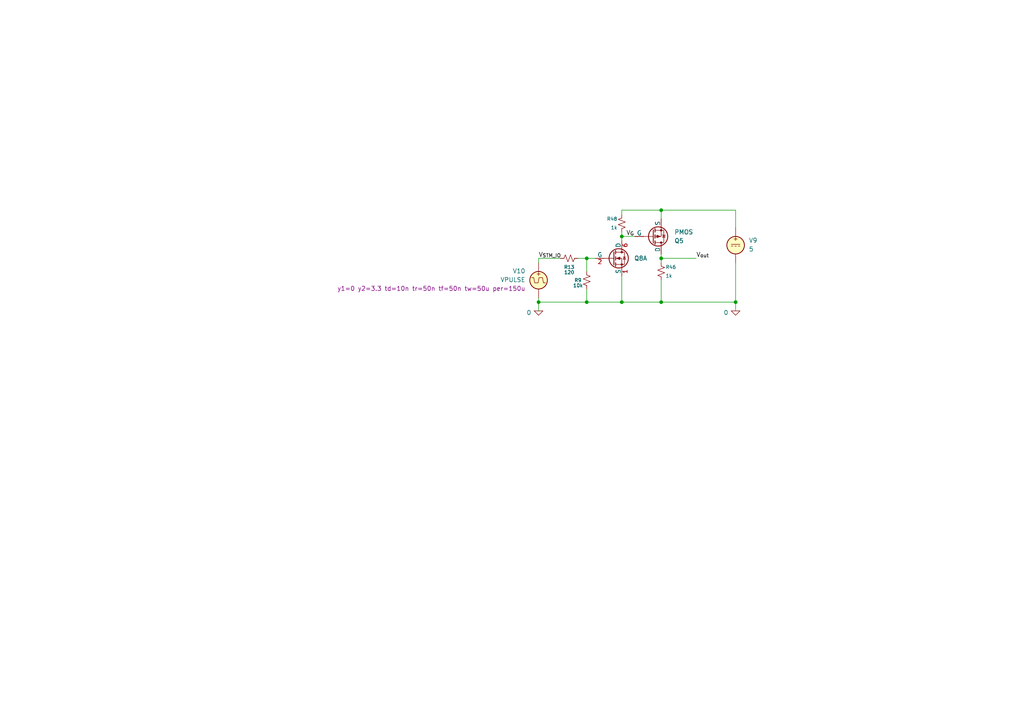
<source format=kicad_sch>
(kicad_sch (version 20250114) (generator "eeschema") (generator_version "9.0")
  (paper "A4")
  (lib_symbols
    (symbol "Device:R_Small_US" (pin_numbers (hide yes)) (pin_names (offset 0.254) (hide yes))
      (property "Reference" "R" (at 0.762 0.508 0))
      (property "Value" "R_Small_US" (at 0.762 -1.016 0))
      (symbol "R_Small_US_1_1"
        (polyline (pts (xy 0 1.524) (xy 1.016 1.143) (xy 0 0.762) (xy -1.016 0.381) (xy 0 0)))
        (polyline (pts (xy 0 0) (xy 1.016 -0.381) (xy 0 -0.762) (xy -1.016 -1.143) (xy 0 -1.524)))
        (pin passive line (at 0 2.54 270) (length 1.016) (name "~") (number "1"))
        (pin passive line (at 0 -2.54 90) (length 1.016) (name "~") (number "2"))
      )
    )
    (symbol "Simulation_SPICE:0" (power) (pin_numbers (hide yes)) (pin_names (offset 0) (hide yes))
      (property "Value" "0" (at 0 -2.54 0))
      (symbol "0_0_1"
        (polyline (pts (xy -1.27 0) (xy 0 -1.27) (xy 1.27 0) (xy -1.27 0)))
      )
      (symbol "0_1_1"
        (pin power_in line (at 0 0 0) (length 0) (name "~") (number "1"))
      )
    )
    (symbol "Simulation_SPICE:PMOS" (pin_numbers (hide yes)) (pin_names (offset 0))
      (property "Reference" "Q" (at 5.08 1.27 0))
      (property "Value" "PMOS" (at 5.08 -1.27 0))
      (symbol "PMOS_0_1"
        (polyline (pts (xy 0.254 1.905) (xy 0.254 -1.905)) (stroke (width 0.254)))
        (polyline (pts (xy 0.254 0) (xy -2.54 0)))
        (polyline (pts (xy 0.762 2.286) (xy 0.762 1.27)) (stroke (width 0.254)))
        (polyline (pts (xy 0.762 1.778) (xy 3.302 1.778) (xy 3.302 -1.778) (xy 0.762 -1.778)))
        (polyline (pts (xy 0.762 0.508) (xy 0.762 -0.508)) (stroke (width 0.254)))
        (polyline (pts (xy 0.762 -1.27) (xy 0.762 -2.286)) (stroke (width 0.254)))
        (circle (center 1.651 0) (radius 2.794) (stroke (width 0.254)))
        (polyline (pts (xy 2.286 0) (xy 1.27 0.381) (xy 1.27 -0.381) (xy 2.286 0)) (fill (type outline)))
        (polyline (pts (xy 2.54 2.54) (xy 2.54 1.778)))
        (circle (center 2.54 1.778) (radius 0.254) (fill (type outline)))
        (circle (center 2.54 -1.778) (radius 0.254) (fill (type outline)))
        (polyline (pts (xy 2.54 -2.54) (xy 2.54 0) (xy 0.762 0)))
        (polyline (pts (xy 2.794 -0.508) (xy 2.921 -0.381) (xy 3.683 -0.381) (xy 3.81 -0.254)))
        (polyline (pts (xy 3.302 -0.381) (xy 2.921 0.254) (xy 3.683 0.254) (xy 3.302 -0.381)))
      )
      (symbol "PMOS_1_1"
        (pin input line (at -5.08 0 0) (length 2.54) (name "G") (number "2"))
        (pin passive line (at 2.54 5.08 270) (length 2.54) (name "D") (number "1"))
        (pin passive line (at 2.54 -5.08 90) (length 2.54) (name "S") (number "3"))
      )
    )
    (symbol "Simulation_SPICE:VDC" (pin_numbers (hide yes)) (pin_names (offset 0.0254))
      (property "Reference" "V" (at 2.54 2.54 0))
      (property "Value" "1" (at 2.54 0 0))
      (symbol "VDC_0_0"
        (polyline (pts (xy -1.27 0.254) (xy 1.27 0.254)))
        (polyline (pts (xy -0.762 -0.254) (xy -1.27 -0.254)))
        (polyline (pts (xy 0.254 -0.254) (xy -0.254 -0.254)))
        (polyline (pts (xy 1.27 -0.254) (xy 0.762 -0.254)))
        (text "+" (at 0 1.905 0) (effects (font (size 1.27 1.27))))
      )
      (symbol "VDC_0_1"
        (circle (center 0 0) (radius 2.54) (stroke (width 0.254)) (fill (type background)))
      )
      (symbol "VDC_1_1"
        (pin passive line (at 0 5.08 270) (length 2.54) (name "~") (number "1"))
        (pin passive line (at 0 -5.08 90) (length 2.54) (name "~") (number "2"))
      )
    )
    (symbol "Simulation_SPICE:VPULSE" (pin_numbers (hide yes)) (pin_names (offset 0.0254))
      (property "Reference" "V" (at 2.54 2.54 0))
      (property "Value" "VPULSE" (at 2.54 0 0))
      (property "Sim.Params" "y1=0 y2=1 td=2n tr=2n tf=2n tw=50n per=100n" (at 2.54 -2.54 0))
      (symbol "VPULSE_0_0"
        (polyline (pts (xy -2.032 -0.762) (xy -1.397 -0.762) (xy -1.143 0.762) (xy -0.127 0.762) (xy 0.127 -0.762) (xy 1.143 -0.762) (xy 1.397 0.762) (xy 2.032 0.762)))
        (text "+" (at 0 1.905 0) (effects (font (size 1.27 1.27))))
      )
      (symbol "VPULSE_0_1"
        (circle (center 0 0) (radius 2.54) (stroke (width 0.254)) (fill (type background)))
      )
      (symbol "VPULSE_1_1"
        (pin passive line (at 0 5.08 270) (length 2.54) (name "~") (number "1"))
        (pin passive line (at 0 -5.08 90) (length 2.54) (name "~") (number "2"))
      )
    )
    (symbol "Transistor_FET:Q_Dual_NMOS_S1G1D2S2G2D1" (pin_names (offset 0))
      (property "Reference" "Q" (at 5.08 1.905 0))
      (property "Value" "Q_Dual_NMOS_S1G1D2S2G2D1" (at 5.08 0 0))
      (symbol "Q_Dual_NMOS_S1G1D2S2G2D1_0_1"
        (polyline (pts (xy 0.254 1.905) (xy 0.254 -1.905)) (stroke (width 0.254)))
        (polyline (pts (xy 0.254 0) (xy -2.54 0)))
        (polyline (pts (xy 0.762 2.286) (xy 0.762 1.27)) (stroke (width 0.254)))
        (polyline (pts (xy 0.762 0.508) (xy 0.762 -0.508)) (stroke (width 0.254)))
        (polyline (pts (xy 0.762 -1.27) (xy 0.762 -2.286)) (stroke (width 0.254)))
        (polyline (pts (xy 0.762 -1.778) (xy 3.302 -1.778) (xy 3.302 1.778) (xy 0.762 1.778)))
        (polyline (pts (xy 1.016 0) (xy 2.032 0.381) (xy 2.032 -0.381) (xy 1.016 0)) (fill (type outline)))
        (circle (center 1.651 0) (radius 2.794) (stroke (width 0.254)))
        (polyline (pts (xy 2.54 2.54) (xy 2.54 1.778)))
        (circle (center 2.54 1.778) (radius 0.254) (fill (type outline)))
        (circle (center 2.54 -1.778) (radius 0.254) (fill (type outline)))
        (polyline (pts (xy 2.54 -2.54) (xy 2.54 0) (xy 0.762 0)))
        (polyline (pts (xy 2.921 0.381) (xy 3.683 0.381)))
        (polyline (pts (xy 3.302 0.381) (xy 2.921 -0.254) (xy 3.683 -0.254) (xy 3.302 0.381)))
      )
      (symbol "Q_Dual_NMOS_S1G1D2S2G2D1_1_1"
        (pin input line (at -5.08 0 0) (length 2.54) (name "G") (number "2"))
        (pin passive line (at 2.54 5.08 270) (length 2.54) (name "D") (number "6"))
        (pin passive line (at 2.54 -5.08 90) (length 2.54) (name "S") (number "1"))
      )
      (symbol "Q_Dual_NMOS_S1G1D2S2G2D1_2_1"
        (pin input line (at -5.08 0 0) (length 2.54) (name "G") (number "5"))
        (pin passive line (at 2.54 5.08 270) (length 2.54) (name "D") (number "3"))
        (pin passive line (at 2.54 -5.08 90) (length 2.54) (name "S") (number "4"))
      )
    )
  )
  (junction (at 191.77 60.96))
  (junction (at 156.21 87.63))
  (junction (at 191.77 87.63))
  (junction (at 170.18 87.63))
  (junction (at 213.36 87.63))
  (junction (at 191.77 74.93))
  (junction (at 170.18 74.93))
  (junction (at 180.34 68.58))
  (junction (at 180.34 87.63))
  (wire (pts (xy 156.21 86.36) (xy 156.21 87.63)))
  (wire (pts (xy 170.18 87.63) (xy 180.34 87.63)))
  (wire (pts (xy 213.36 76.2) (xy 213.36 87.63)))
  (wire (pts (xy 156.21 74.93) (xy 162.56 74.93)))
  (wire (pts (xy 180.34 67.31) (xy 180.34 68.58)))
  (wire (pts (xy 180.34 60.96) (xy 191.77 60.96)))
  (wire (pts (xy 180.34 87.63) (xy 191.77 87.63)))
  (wire (pts (xy 167.64 74.93) (xy 170.18 74.93)))
  (wire (pts (xy 156.21 87.63) (xy 156.21 90.17)))
  (wire (pts (xy 201.93 74.93) (xy 191.77 74.93)))
  (wire (pts (xy 191.77 74.93) (xy 191.77 76.2)))
  (wire (pts (xy 180.34 68.58) (xy 180.34 69.85)))
  (wire (pts (xy 191.77 73.66) (xy 191.77 74.93)))
  (wire (pts (xy 191.77 81.28) (xy 191.77 87.63)))
  (wire (pts (xy 170.18 83.82) (xy 170.18 87.63)))
  (wire (pts (xy 191.77 60.96) (xy 213.36 60.96)))
  (wire (pts (xy 180.34 68.58) (xy 184.15 68.58)))
  (wire (pts (xy 213.36 66.04) (xy 213.36 60.96)))
  (wire (pts (xy 213.36 87.63) (xy 213.36 90.17)))
  (wire (pts (xy 191.77 60.96) (xy 191.77 63.5)))
  (wire (pts (xy 180.34 62.23) (xy 180.34 60.96)))
  (wire (pts (xy 170.18 78.74) (xy 170.18 74.93)))
  (wire (pts (xy 191.77 87.63) (xy 213.36 87.63)))
  (wire (pts (xy 156.21 76.2) (xy 156.21 74.93)))
  (wire (pts (xy 180.34 80.01) (xy 180.34 87.63)))
  (wire (pts (xy 170.18 74.93) (xy 172.72 74.93)))
  (wire (pts (xy 156.21 87.63) (xy 170.18 87.63)))
  (label "V_{STM_IO}" (at 156.21 74.93 0))
  (label "V_{G}" (at 181.61 68.58 0))
  (label "V_{out}" (at 201.93 74.93 0))
  (symbol (lib_id "Device:R_Small_US") (at 170.18 81.28 0) (unit 1)
    (property "Reference" "R9" (at 167.64 81.28 0) (effects (font (size 1 1))))
    (property "Value" "10k" (at 167.64 82.804 0) (effects (font (size 1 1))))
    (property "Footprint" "Resistor_SMD:R_0402_1005Metric" (effects (hide yes)))
    (property "Description" "Resistor, small US symbol" (effects (hide yes)))
    (property "LCSC" "C25531" (effects (hide yes)))
  )
  (symbol (lib_id "Device:R_Small_US") (at 165.1 74.93 90) (unit 1)
    (property "Reference" "R13" (at 165.1 77.47 90) (effects (font (size 1 1))))
    (property "Value" "120" (at 165.1 78.994 90) (effects (font (size 1 1))))
    (property "Footprint" "Resistor_SMD:R_0402_1005Metric" (effects (hide yes)))
    (property "Description" "Resistor, small US symbol" (effects (hide yes)))
    (property "LCSC" " C25079" (effects (hide yes)))
  )
  (symbol (lib_id "Simulation_SPICE:PMOS") (at 189.23 68.58 0) (mirror x) (unit 1)
    (property "Reference" "Q5" (at 195.58 69.8501 0) (effects (justify left)))
    (property "Value" "PMOS" (at 195.58 67.3101 0) (effects (justify left)))
    (property "Datasheet" "https://ngspice.sourceforge.io/docs/ngspice-html-manual/manual.xhtml#cha_MOSFETs" (effects (hide yes)))
    (property "Description" "P-MOSFET transistor, drain/source/gate" (effects (hide yes)))
    (property "Sim.Device" "PMOS" (effects (hide yes)))
    (property "Sim.Type" "VDMOS" (effects (hide yes)))
    (property "Sim.Pins" "1=D 2=G 3=S" (effects (hide yes)))
    (property "Sim.Params" "vto=-1.0" (effects (hide yes)))
  )
  (symbol (lib_id "Simulation_SPICE:VDC") (at 213.36 71.12 0) (unit 1)
    (property "Reference" "V9" (at 217.17 69.7201 0) (effects (justify left)))
    (property "Value" "5" (at 217.17 72.2601 0) (effects (justify left)))
    (property "Datasheet" "https://ngspice.sourceforge.io/docs/ngspice-html-manual/manual.xhtml#sec_Independent_Sources_for" (effects (hide yes)))
    (property "Description" "Voltage source, DC" (effects (hide yes)))
    (property "Sim.Pins" "1=+ 2=-" (effects (hide yes)))
    (property "Sim.Type" "DC" (effects (hide yes)))
    (property "Sim.Device" "V" (effects (hide yes)))
  )
  (symbol (lib_id "Simulation_SPICE:0") (at 156.21 90.17 0) (unit 1)
    (property "Reference" "#GND05" (effects (hide yes)))
    (property "Value" "0" (at 153.416 90.678 0))
    (property "Datasheet" "https://ngspice.sourceforge.io/docs/ngspice-html-manual/manual.xhtml#subsec_Circuit_elements__device" (effects (hide yes)))
    (property "Description" "0V reference potential for simulation" (effects (hide yes)))
  )
  (symbol (lib_id "Simulation_SPICE:VPULSE") (at 156.21 81.28 0) (mirror y) (unit 1)
    (property "Reference" "V10" (at 152.4 78.6101 0) (effects (justify left)))
    (property "Value" "VPULSE" (at 152.4 81.1501 0) (effects (justify left)))
    (property "Datasheet" "https://ngspice.sourceforge.io/docs/ngspice-html-manual/manual.xhtml#sec_Independent_Sources_for" (effects (hide yes)))
    (property "Description" "Voltage source, pulse" (effects (hide yes)))
    (property "Sim.Pins" "1=+ 2=-" (effects (hide yes)))
    (property "Sim.Type" "PULSE" (effects (hide yes)))
    (property "Sim.Device" "V" (effects (hide yes)))
    (property "Sim.Params" "y1=0 y2=3.3 td=10n tr=50n tf=50n tw=50u per=150u" (at 152.4 83.6901 0) (effects (justify left)))
  )
  (symbol (lib_id "Device:R_Small_US") (at 180.34 64.77 0) (mirror y) (unit 1)
    (property "Reference" "R48" (at 179.07 63.5 0) (effects (font (size 1 1)) (justify left)))
    (property "Value" "1k" (at 179.07 66.04 0) (effects (font (size 1 1)) (justify left)))
    (property "Footprint" "Resistor_SMD:R_0402_1005Metric" (effects (hide yes)))
    (property "Description" "Resistor, small US symbol" (effects (hide yes)))
    (property "LCSC" "C25531" (effects (hide yes)))
  )
  (symbol (lib_id "Device:R_Small_US") (at 191.77 78.74 0) (unit 1)
    (property "Reference" "R46" (at 193.04 77.47 0) (effects (font (size 1 1)) (justify left)))
    (property "Value" "1k" (at 193.04 80.01 0) (effects (font (size 1 1)) (justify left)))
    (property "Footprint" "Resistor_SMD:R_0402_1005Metric" (effects (hide yes)))
    (property "Description" "Resistor, small US symbol" (effects (hide yes)))
    (property "LCSC" "C25531" (effects (hide yes)))
  )
  (symbol (lib_id "Simulation_SPICE:0") (at 213.36 90.17 0) (unit 1)
    (property "Reference" "#GND06" (effects (hide yes)))
    (property "Value" "0" (at 210.566 90.678 0))
    (property "Datasheet" "https://ngspice.sourceforge.io/docs/ngspice-html-manual/manual.xhtml#subsec_Circuit_elements__device" (effects (hide yes)))
    (property "Description" "0V reference potential for simulation" (effects (hide yes)))
  )
  (symbol (lib_id "Transistor_FET:Q_Dual_NMOS_S1G1D2S2G2D1") (at 177.8 74.93 0) (unit 1)
    (property "Reference" "Q8" (at 183.896 74.93 0) (effects (justify left)))
    (property "Value" "PMDPB30XN-TP" (effects (hide yes)))
    (property "Footprint" "Package_DFN_QFN:DFN-6-1EP_2x2mm_P0.5mm_EP0.6x1.37mm" (effects (hide yes)))
    (property "Description" "Dual NMOS transistor, 6 pin package" (effects (hide yes)))
    (property "LCSC" "C41408024" (effects (hide yes)))
    (property "Sim.Library" "C:\\Users\\Hyeonje\\Documents\\STM32-FC\\HW\\STM32-FC_v2\\sim\\lib\\PMDPB30XNA.lib" (effects (hide yes)))
    (property "Sim.Name" "PMDPB30XNA" (effects (hide yes)))
    (property "Sim.Device" "SUBCKT" (effects (hide yes)))
    (property "Sim.Pins" "1=S 2=G 6=D" (effects (hide yes)))
  )
)
</source>
